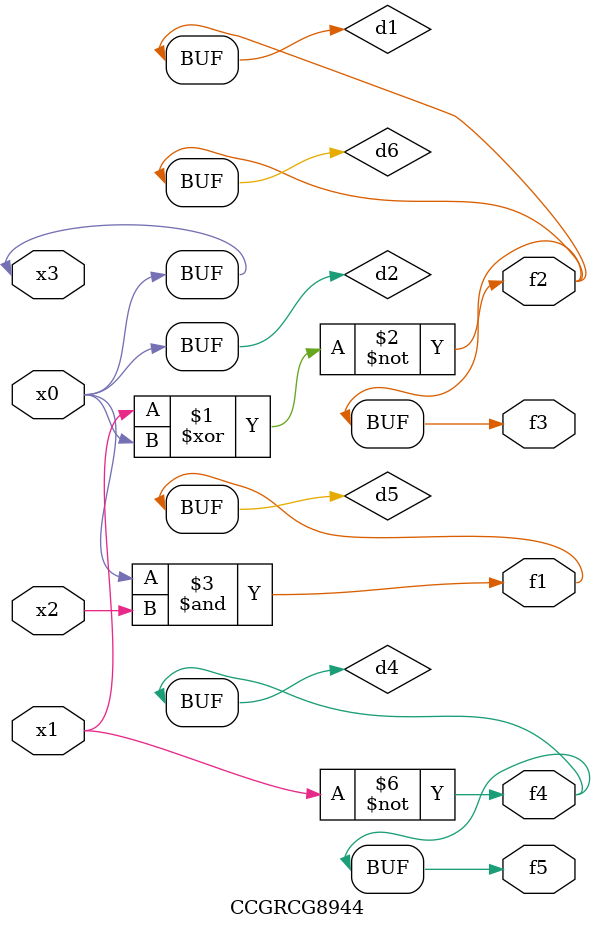
<source format=v>
module CCGRCG8944(
	input x0, x1, x2, x3,
	output f1, f2, f3, f4, f5
);

	wire d1, d2, d3, d4, d5, d6;

	xnor (d1, x1, x3);
	buf (d2, x0, x3);
	nand (d3, x0, x2);
	not (d4, x1);
	nand (d5, d3);
	or (d6, d1);
	assign f1 = d5;
	assign f2 = d6;
	assign f3 = d6;
	assign f4 = d4;
	assign f5 = d4;
endmodule

</source>
